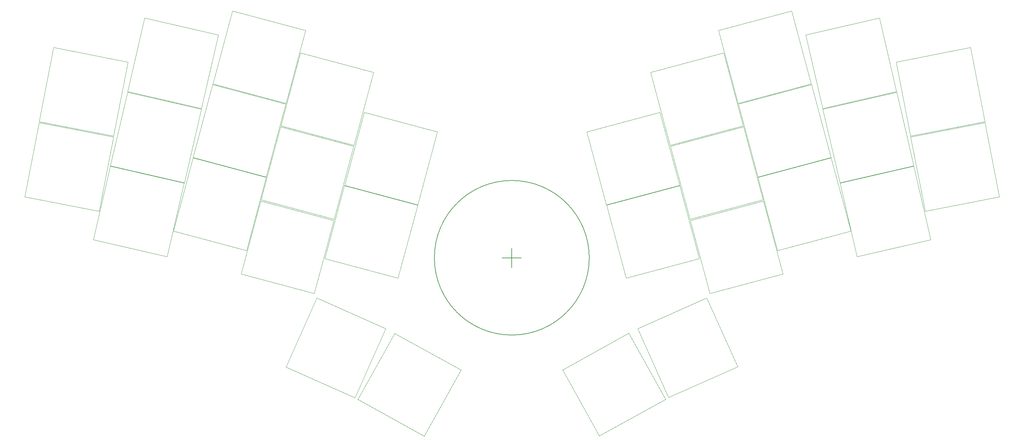
<source format=gbr>
G04 #@! TF.GenerationSoftware,KiCad,Pcbnew,7.0.2-0*
G04 #@! TF.CreationDate,2023-09-16T16:42:04+01:00*
G04 #@! TF.ProjectId,buteo-mx,62757465-6f2d-46d7-982e-6b696361645f,0.0.1*
G04 #@! TF.SameCoordinates,Original*
G04 #@! TF.FileFunction,Other,User*
%FSLAX46Y46*%
G04 Gerber Fmt 4.6, Leading zero omitted, Abs format (unit mm)*
G04 Created by KiCad (PCBNEW 7.0.2-0) date 2023-09-16 16:42:04*
%MOMM*%
%LPD*%
G01*
G04 APERTURE LIST*
%ADD10C,0.200000*%
%ADD11C,0.120000*%
G04 APERTURE END LIST*
D10*
X148989281Y-104890005D02*
X148989276Y-99810004D01*
X146449279Y-102350004D02*
X151529279Y-102349996D01*
X169439279Y-102350000D02*
G75*
G03*
X169439279Y-102350000I-20450000J0D01*
G01*
D11*
X69975956Y-56505663D02*
X89294473Y-61682044D01*
X89294473Y-61682044D02*
X84118092Y-81000561D01*
X84118092Y-81000561D02*
X64799575Y-75824180D01*
X64799575Y-75824180D02*
X69975956Y-56505663D01*
X203573132Y-42177103D02*
X222891649Y-37000722D01*
X222891649Y-37000722D02*
X228068030Y-56319239D01*
X228068030Y-56319239D02*
X208749513Y-61495620D01*
X208749513Y-61495620D02*
X203573132Y-42177103D01*
X64775923Y-75912466D02*
X84094440Y-81088847D01*
X84094440Y-81088847D02*
X78918059Y-100407364D01*
X78918059Y-100407364D02*
X59599542Y-95230983D01*
X59599542Y-95230983D02*
X64775923Y-75912466D01*
X208799469Y-61682044D02*
X228117986Y-56505663D01*
X228117986Y-56505663D02*
X233294367Y-75824180D01*
X233294367Y-75824180D02*
X213975850Y-81000561D01*
X213975850Y-81000561D02*
X208799469Y-61682044D01*
X93158557Y-48104914D02*
X112477074Y-53281295D01*
X112477074Y-53281295D02*
X107300693Y-72599812D01*
X107300693Y-72599812D02*
X87982176Y-67423431D01*
X87982176Y-67423431D02*
X93158557Y-48104914D01*
X109980092Y-63832823D02*
X129298609Y-69009204D01*
X129298609Y-69009204D02*
X124122228Y-88327721D01*
X124122228Y-88327721D02*
X104803711Y-83151340D01*
X104803711Y-83151340D02*
X109980092Y-63832823D01*
X226591145Y-43365349D02*
X246078546Y-38866328D01*
X246078546Y-38866328D02*
X250577567Y-58353729D01*
X250577567Y-58353729D02*
X231090166Y-62852750D01*
X231090166Y-62852750D02*
X226591145Y-43365349D01*
X254318520Y-70377327D02*
X273951064Y-66561147D01*
X273951064Y-66561147D02*
X277767244Y-86193691D01*
X277767244Y-86193691D02*
X258134700Y-90009871D01*
X258134700Y-90009871D02*
X254318520Y-70377327D01*
X173987797Y-88391471D02*
X193306314Y-83215090D01*
X193306314Y-83215090D02*
X198482695Y-102533607D01*
X198482695Y-102533607D02*
X179164178Y-107709988D01*
X179164178Y-107709988D02*
X173987797Y-88391471D01*
X185616866Y-53281295D02*
X204935383Y-48104914D01*
X204935383Y-48104914D02*
X210111764Y-67423431D01*
X210111764Y-67423431D02*
X190793247Y-72599812D01*
X190793247Y-72599812D02*
X185616866Y-53281295D01*
X75201294Y-37000727D02*
X94519811Y-42177108D01*
X94519811Y-42177108D02*
X89343430Y-61495625D01*
X89343430Y-61495625D02*
X70024913Y-56319244D01*
X70024913Y-56319244D02*
X75201294Y-37000727D01*
X231123562Y-62997403D02*
X250610963Y-58498382D01*
X250610963Y-58498382D02*
X255109984Y-77985783D01*
X255109984Y-77985783D02*
X235622583Y-82484804D01*
X235622583Y-82484804D02*
X231123562Y-62997403D01*
X190854330Y-72827772D02*
X210172847Y-67651391D01*
X210172847Y-67651391D02*
X215349228Y-86969908D01*
X215349228Y-86969908D02*
X196030711Y-92146289D01*
X196030711Y-92146289D02*
X190854330Y-72827772D01*
X196113533Y-92455381D02*
X215432050Y-87279000D01*
X215432050Y-87279000D02*
X220608431Y-106597517D01*
X220608431Y-106597517D02*
X201289914Y-111773898D01*
X201289914Y-111773898D02*
X196113533Y-92455381D01*
X104787629Y-83215084D02*
X124106146Y-88391465D01*
X124106146Y-88391465D02*
X118929765Y-107709982D01*
X118929765Y-107709982D02*
X99611248Y-102533601D01*
X99611248Y-102533601D02*
X104787629Y-83215084D01*
X42969112Y-78050091D02*
X62456513Y-82549112D01*
X62456513Y-82549112D02*
X57957492Y-102036513D01*
X57957492Y-102036513D02*
X38470091Y-97537492D01*
X38470091Y-97537492D02*
X42969112Y-78050091D01*
X47482980Y-58498381D02*
X66970381Y-62997402D01*
X66970381Y-62997402D02*
X62471360Y-82484803D01*
X62471360Y-82484803D02*
X42983959Y-77985782D01*
X42983959Y-77985782D02*
X47482980Y-58498381D01*
X213999503Y-81088847D02*
X233318020Y-75912466D01*
X233318020Y-75912466D02*
X238494401Y-95230983D01*
X238494401Y-95230983D02*
X219175884Y-100407364D01*
X219175884Y-100407364D02*
X213999503Y-81088847D01*
X24142876Y-66561144D02*
X43775420Y-70377324D01*
X43775420Y-70377324D02*
X39959240Y-90009868D01*
X39959240Y-90009868D02*
X20326696Y-86193688D01*
X20326696Y-86193688D02*
X24142876Y-66561144D01*
X235637431Y-82549112D02*
X255124832Y-78050091D01*
X255124832Y-78050091D02*
X259623853Y-97537492D01*
X259623853Y-97537492D02*
X240136452Y-102036513D01*
X240136452Y-102036513D02*
X235637431Y-82549112D01*
X250460169Y-50527825D02*
X270092713Y-46711645D01*
X270092713Y-46711645D02*
X273908893Y-66344189D01*
X273908893Y-66344189D02*
X254276349Y-70160369D01*
X254276349Y-70160369D02*
X250460169Y-50527825D01*
X28001232Y-46711640D02*
X47633776Y-50527820D01*
X47633776Y-50527820D02*
X43817596Y-70160364D01*
X43817596Y-70160364D02*
X24185052Y-66344184D01*
X24185052Y-66344184D02*
X28001232Y-46711640D01*
X168793329Y-69009204D02*
X188111846Y-63832823D01*
X188111846Y-63832823D02*
X193288227Y-83151340D01*
X193288227Y-83151340D02*
X173969710Y-88327721D01*
X173969710Y-88327721D02*
X168793329Y-69009204D01*
X82661898Y-87279004D02*
X101980415Y-92455385D01*
X101980415Y-92455385D02*
X96804034Y-111773902D01*
X96804034Y-111773902D02*
X77485517Y-106597521D01*
X77485517Y-106597521D02*
X82661898Y-87279004D01*
X107585080Y-139392651D02*
X89314171Y-131257918D01*
X89314171Y-131257918D02*
X97448904Y-112987009D01*
X97448904Y-112987009D02*
X115719813Y-121121742D01*
X115719813Y-121121742D02*
X107585080Y-139392651D01*
X87921098Y-67651389D02*
X107239615Y-72827770D01*
X107239615Y-72827770D02*
X102063234Y-92146287D01*
X102063234Y-92146287D02*
X82744717Y-86969906D01*
X82744717Y-86969906D02*
X87921098Y-67651389D01*
X208604791Y-131197395D02*
X190333882Y-139332128D01*
X190333882Y-139332128D02*
X182199149Y-121061219D01*
X182199149Y-121061219D02*
X200470058Y-112926486D01*
X200470058Y-112926486D02*
X208604791Y-131197395D01*
X125847517Y-149545434D02*
X108355123Y-139849242D01*
X108355123Y-139849242D02*
X118051315Y-122356848D01*
X118051315Y-122356848D02*
X135543709Y-132053040D01*
X135543709Y-132053040D02*
X125847517Y-149545434D01*
X52015394Y-38866332D02*
X71502795Y-43365353D01*
X71502795Y-43365353D02*
X67003774Y-62852754D01*
X67003774Y-62852754D02*
X47516373Y-58353733D01*
X47516373Y-58353733D02*
X52015394Y-38866332D01*
X189563841Y-139788729D02*
X172071447Y-149484921D01*
X172071447Y-149484921D02*
X162375255Y-131992527D01*
X162375255Y-131992527D02*
X179867649Y-122296335D01*
X179867649Y-122296335D02*
X189563841Y-139788729D01*
M02*

</source>
